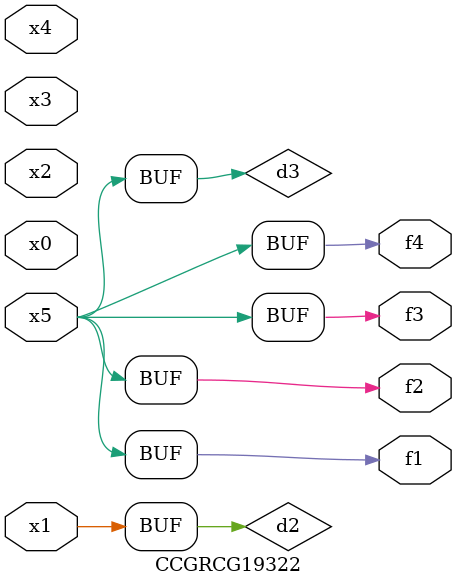
<source format=v>
module CCGRCG19322(
	input x0, x1, x2, x3, x4, x5,
	output f1, f2, f3, f4
);

	wire d1, d2, d3;

	not (d1, x5);
	or (d2, x1);
	xnor (d3, d1);
	assign f1 = d3;
	assign f2 = d3;
	assign f3 = d3;
	assign f4 = d3;
endmodule

</source>
